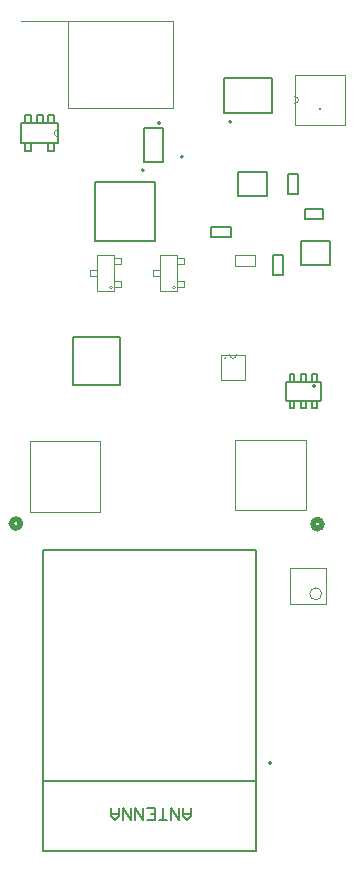
<source format=gbr>
G04*
G04 #@! TF.GenerationSoftware,Altium Limited,Altium Designer,25.2.1 (25)*
G04*
G04 Layer_Color=16711935*
%FSLAX25Y25*%
%MOIN*%
G70*
G04*
G04 #@! TF.SameCoordinates,6E7B483F-BFF1-4FB3-8246-CE29AB42D2EF*
G04*
G04*
G04 #@! TF.FilePolarity,Positive*
G04*
G01*
G75*
%ADD10C,0.00600*%
%ADD11C,0.02000*%
%ADD12C,0.00787*%
%ADD14C,0.00000*%
%ADD15C,0.00500*%
%ADD85C,0.00394*%
%ADD86C,0.00100*%
D10*
X-32300Y93900D02*
X-30900D01*
Y91700D02*
Y93900D01*
X-34200Y96400D02*
X-32300D01*
X-34200Y93900D02*
Y96400D01*
X-36000Y93900D02*
Y96400D01*
X-32300Y93900D02*
Y96400D01*
X-34200Y93900D02*
X-32300D01*
X-30900Y89300D02*
Y91700D01*
Y87100D02*
Y89300D01*
X-32300Y87100D02*
X-30900D01*
X-34200D02*
X-32300D01*
X-34200Y84600D02*
Y87100D01*
X-32300Y84600D02*
Y87100D01*
X-34200Y84600D02*
X-32300D01*
X-38000Y96400D02*
X-36000D01*
X-38000Y93900D02*
Y96400D01*
Y93900D02*
X-36000D01*
X-34200D01*
X-39800D02*
X-38000D01*
X-41700Y96400D02*
X-39800D01*
Y93900D02*
Y96400D01*
X-41700Y93900D02*
Y96400D01*
Y93900D02*
X-39800D01*
X-43100D02*
X-41700D01*
X-39800Y87100D02*
X-34200D01*
X-39800Y84600D02*
Y87100D01*
X-43100D02*
X-41700D01*
Y84600D02*
Y87100D01*
X-43100D02*
Y93900D01*
X-41700Y84600D02*
X-39800D01*
X-41700Y87100D02*
X-39800D01*
X13500Y-134500D02*
Y-137166D01*
X12167Y-138499D01*
X10834Y-137166D01*
Y-134500D01*
Y-136499D01*
X13500D01*
X9501Y-134500D02*
Y-138499D01*
X6836Y-134500D01*
Y-138499D01*
X5503D02*
X2837D01*
X4170D01*
Y-134500D01*
X-1162Y-138499D02*
X1504D01*
Y-134500D01*
X-1162D01*
X1504Y-136499D02*
X171D01*
X-2495Y-134500D02*
Y-138499D01*
X-5161Y-134500D01*
Y-138499D01*
X-6494Y-134500D02*
Y-138499D01*
X-9159Y-134500D01*
Y-138499D01*
X-10492Y-134500D02*
Y-137166D01*
X-11825Y-138499D01*
X-13158Y-137166D01*
Y-134500D01*
Y-136499D01*
X-10492D01*
D11*
X57150Y-39858D02*
G03*
X57150Y-39858I-1500J0D01*
G01*
X-43358Y-39650D02*
G03*
X-43358Y-39650I-1500J0D01*
G01*
D12*
X26988Y94339D02*
G03*
X26988Y94339I-394J0D01*
G01*
X-2201Y78102D02*
G03*
X-2201Y78102I-394J0D01*
G01*
X40197Y-119468D02*
G03*
X40197Y-119468I-394J0D01*
G01*
X10842Y82563D02*
G03*
X10842Y82563I-394J0D01*
G01*
X3189Y93878D02*
G03*
X3189Y93878I-394J0D01*
G01*
X45728Y76846D02*
X49272D01*
X45728Y70153D02*
Y76846D01*
X49272Y70153D02*
Y76846D01*
X45728Y70153D02*
X49272D01*
X29079Y77437D02*
X38921D01*
X29079Y69563D02*
X38921D01*
X29079D02*
Y77437D01*
X38921Y69563D02*
Y77437D01*
X40728Y49847D02*
X44272D01*
Y43154D02*
Y49847D01*
X40728Y43154D02*
X44272D01*
X40728D02*
Y49847D01*
X50079Y54437D02*
X59921D01*
X50079Y46563D02*
X59921D01*
X50079D02*
Y54437D01*
X59921Y46563D02*
Y54437D01*
X57650Y61925D02*
Y65075D01*
X51350D02*
X57650D01*
X51350Y61925D02*
X57650D01*
X51350D02*
Y65075D01*
X-10126Y6626D02*
Y22374D01*
X-25874D02*
X-10126D01*
X-25874Y6626D02*
X-10126D01*
X-25874D02*
Y22374D01*
X20154Y55728D02*
X26847D01*
X20154D02*
Y59272D01*
X26847Y55728D02*
Y59272D01*
X20154D02*
X26847D01*
D14*
X26300Y16650D02*
G03*
X28700Y16650I1200J0D01*
G01*
X25250Y15453D02*
G03*
X25250Y15453I-300J0D01*
G01*
X8250Y39000D02*
G03*
X8250Y39000I-500J0D01*
G01*
X-12750D02*
G03*
X-12750Y39000I-500J0D01*
G01*
X-30900Y91700D02*
G03*
X-30900Y89300I0J-1200D01*
G01*
X48050Y100300D02*
G03*
X48050Y102700I0J1200D01*
G01*
X56800Y98400D02*
G03*
X56800Y98400I-300J0D01*
G01*
D15*
X56693Y7354D02*
G03*
X56393Y7652I-300J-2D01*
G01*
X54567Y6770D02*
G03*
X54567Y5770I0J-500D01*
G01*
D02*
G03*
X54567Y6770I0J500D01*
G01*
X56393Y1352D02*
G03*
X56693Y1650I-0J300D01*
G01*
X45492Y7652D02*
G03*
X45193Y7354I0J-300D01*
G01*
Y1650D02*
G03*
X45492Y1352I300J2D01*
G01*
X40374Y97095D02*
Y108905D01*
X24626D02*
X40374D01*
X24626Y97095D02*
X40374D01*
X24626D02*
Y108905D01*
X55431Y8757D02*
Y8884D01*
Y9247D01*
Y7761D02*
Y8757D01*
Y9247D02*
Y10102D01*
X53955D02*
X55431D01*
Y7652D02*
Y7761D01*
X56693Y7352D02*
Y7354D01*
X53955Y7652D02*
X55431D01*
X53955Y8884D02*
Y9247D01*
Y10102D01*
X51681Y8757D02*
Y8884D01*
Y9247D01*
Y10102D01*
X50205Y8757D02*
Y8884D01*
X53955Y7761D02*
Y8757D01*
Y8884D01*
Y7652D02*
Y7761D01*
X51681Y7652D02*
Y7761D01*
Y8757D01*
X56693Y1650D02*
Y1652D01*
Y7352D01*
X55431Y1244D02*
Y1352D01*
X53955D02*
X55431D01*
Y248D02*
Y1244D01*
Y-243D02*
Y121D01*
Y248D01*
Y-1098D02*
Y-243D01*
X53955Y-1098D02*
X55431D01*
X53955D02*
Y-243D01*
Y248D02*
Y1244D01*
Y1352D01*
X51681Y121D02*
Y248D01*
Y1244D02*
Y1352D01*
X50205D02*
X51681D01*
Y248D02*
Y1244D01*
X53955Y-243D02*
Y121D01*
Y248D01*
X51681Y-1098D02*
Y-243D01*
Y121D01*
X50205Y-243D02*
Y121D01*
Y-1098D02*
X51681D01*
X50205Y10102D02*
X51681D01*
X50205Y9247D02*
Y10102D01*
Y7761D02*
Y8757D01*
Y8884D02*
Y9247D01*
Y7652D02*
X51681D01*
X50205D02*
Y7761D01*
X45492Y7652D02*
X56393D01*
X46455D02*
X47931D01*
Y7761D01*
Y8884D02*
Y9247D01*
Y10102D01*
X46455Y8757D02*
Y8884D01*
Y10102D02*
X47931D01*
X46455Y9247D02*
Y10102D01*
Y8884D02*
Y9247D01*
X47931Y7761D02*
Y8757D01*
Y8884D01*
X46455Y7652D02*
Y7761D01*
Y8757D01*
X45193Y7352D02*
Y7354D01*
X50205Y248D02*
Y1244D01*
Y1352D01*
X47931Y121D02*
Y248D01*
X45492Y1352D02*
X56393D01*
X47931Y248D02*
Y1244D01*
X50205Y121D02*
Y248D01*
X47931Y-1098D02*
Y-243D01*
X50205Y-1098D02*
Y-243D01*
X46455Y-1098D02*
X47931D01*
Y-243D02*
Y121D01*
X45193Y1650D02*
Y1652D01*
X46455Y1244D02*
Y1352D01*
X45193Y1652D02*
Y7352D01*
X47931Y1244D02*
Y1352D01*
X46455Y-243D02*
Y121D01*
Y-1098D02*
Y-243D01*
Y1352D02*
X47931D01*
X46455Y248D02*
Y1244D01*
Y121D02*
Y248D01*
X1343Y54658D02*
Y74343D01*
X-18342Y54658D02*
X1343D01*
X-18342D02*
Y74343D01*
X1343D01*
X35079Y-125335D02*
Y-48563D01*
Y-148957D02*
Y-125335D01*
X-35787Y-48563D02*
X35079D01*
X-35787Y-125335D02*
X35079D01*
X-35787Y-148957D02*
X35079D01*
X-35787Y-125335D02*
Y-48563D01*
Y-148957D02*
Y-125335D01*
X4199Y80742D02*
Y92258D01*
X-2199Y80742D02*
X4199D01*
X-2199Y92258D02*
X4199D01*
X-2199Y80742D02*
Y92258D01*
D85*
X57028Y-63059D02*
G03*
X57028Y-63059I-1969J0D01*
G01*
X34846Y46228D02*
Y49772D01*
X28153Y46228D02*
X34846D01*
X28153D02*
Y49772D01*
X34846D01*
X58602Y-66602D02*
Y-54398D01*
X46398D02*
X58602D01*
X46398Y-66602D02*
X58602D01*
X46398D02*
Y-54398D01*
X7598Y98799D02*
Y127736D01*
X-27598D02*
X7598D01*
X-27598Y98799D02*
X7598D01*
X-27598D02*
Y127736D01*
X-43071D02*
X-27598D01*
D86*
X31650Y8350D02*
Y16650D01*
X23350Y8350D02*
X31650D01*
X23350Y16650D02*
X31650D01*
X23350Y8350D02*
Y16650D01*
X51800Y-35300D02*
Y-11700D01*
X28200Y-35300D02*
Y-11700D01*
Y-35300D02*
X51800D01*
X28200Y-11700D02*
X51800D01*
X11200Y46750D02*
Y48750D01*
X8750Y41250D02*
X11200D01*
X8750Y39250D02*
X11200D01*
X8750Y46750D02*
X11200D01*
X8750Y48750D02*
X11200D01*
X8750Y46750D02*
Y48750D01*
X3250Y43000D02*
Y45000D01*
X11200Y39250D02*
Y41250D01*
X8750Y39250D02*
Y41250D01*
Y38000D02*
Y50000D01*
X3250D02*
X8750D01*
X800Y43000D02*
X3250D01*
X800Y45000D02*
X3250D01*
X800Y43000D02*
Y45000D01*
X3250Y38000D02*
X8750D01*
X3250D02*
Y50000D01*
X-9800Y46750D02*
Y48750D01*
X-12250Y41250D02*
X-9800D01*
X-12250Y39250D02*
X-9800D01*
X-12250Y46750D02*
X-9800D01*
X-12250Y48750D02*
X-9800D01*
X-12250Y46750D02*
Y48750D01*
X-17750Y43000D02*
Y45000D01*
X-9800Y39250D02*
Y41250D01*
X-12250Y39250D02*
Y41250D01*
Y38000D02*
Y50000D01*
X-17750D02*
X-12250D01*
X-20200Y43000D02*
X-17750D01*
X-20200Y45000D02*
X-17750D01*
X-20200Y43000D02*
Y45000D01*
X-17750Y38000D02*
X-12250D01*
X-17750D02*
Y50000D01*
X-16700Y-35800D02*
Y-12200D01*
X-40300D02*
X-16700D01*
X-40300Y-35800D02*
X-16700D01*
X-40300D02*
Y-12200D01*
X64950Y93050D02*
Y109950D01*
X48050D02*
X64950D01*
X48050Y93050D02*
X64950D01*
X48050D02*
Y109950D01*
M02*

</source>
